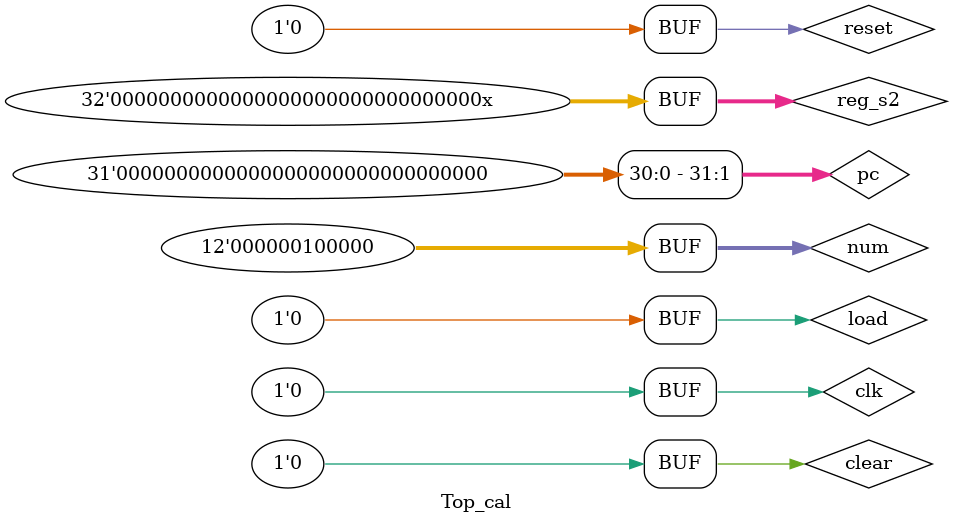
<source format=v>
`timescale 1ns / 1ps

`timescale 1ns / 1ps
    /////////////////////////////////////////////////////////////////
module Top_cal();
        reg clk;
        reg clear;
        reg reset;
        reg load;
        reg [11:0] num;
        // reg [11:0] num_in;
        TOP TOP_1(clk,reset,load,clear,num);
        // reg [31:0] reg0,reg_s0,reg_s1,
        reg [31:0] reg_s2;
        // reg [31:0] reg_s3,reg_s4,reg_s5;
        reg [31:0] pc;
        // reg [31:0] instr,branch_pc;
        // reg pc_src,t_nbranch,t_branch,t_zero;
        always@(*)
            begin
                // reg0=TOP_1.MIPS_1.DATAPATH_3.REGISTER_FILE_10.register_file[0];
                // reg_s0=TOP_1.MIPS_1.DATAPATH_3.REGISTER_FILE_10.register_file[16];
                // reg_s1=TOP_1.MIPS_1.DATAPATH_3.REGISTER_FILE_10.register_file[17];
                reg_s2=TOP_1.MIPS_1.DATAPATH_3.REGISTER_FILE_10.register_file[18];
                // reg_s3=TOP_1.MIPS_1.DATAPATH_3.REGISTER_FILE_10.register_file[19];
                // reg_s4=TOP_1.MIPS_1.DATAPATH_3.REGISTER_FILE_10.register_file[20];
                // reg_s5=TOP_1.MIPS_1.DATAPATH_3.REGISTER_FILE_10.register_file[21];
                // RAM_1=TOP_1.INSTR_MEMORY_2.RAM[72];
                // RAM_2=TOP_1.INSTR_MEMORY_2.RAM[76];
                // RAM_3=TOP_1.INSTR_MEMORY_2.RAM[80];
                // RAM_4=TOP_1.INSTR_MEMORY_2.RAM[84];
                // RAM_5=TOP_1.INSTR_MEMORY_2.RAM[88];
                // RAM_6=TOP_1.INSTR_MEMORY_2.RAM[92];
                // RAM_7=TOP_1.INSTR_MEMORY_2.RAM[96];
                // RAM_8=TOP_1.INSTR_MEMORY_2.RAM[100];
                // RAM_9=TOP_1.INSTR_MEMORY_2.RAM[104];
                // num_in=TOP_1.INSTR_MEMORY_2.num;
                pc=TOP_1.INSTR_MEMORY_2.a;
                // instr=TOP_1.INSTR_MEMORY_2.rd;
            end
        initial
        begin
        //    reset=1; clear=1; num=11; clk=1; load=0;
        //    #2 clear=~clear; load=~load; num=12; clk=~clk;
        //    #2 num=13; clk=~clk;
        //    #2 num=14; clk=~clk;
        //    #2 reset=0;
           reset=1;clk=0;load=0;clear=1;
           #2 clk=~clk; //1
           #2 clk=~clk; //0
           #2 clear=~clear;clk=~clk;//clear=0, 1
           #2 load=~load;clk=~clk;num=1; //0
           #2 clk=~clk; //1
           #2 clk=~clk;num=2; //0
           #2 clk=~clk;
           #2 clk=~clk;num=4;
           #2 clk=~clk;
           #2 clk=~clk;num=8;
           #2 clk=~clk;
           #2 clk=~clk;num=16;
           #2 clk=~clk;
           #2 clk=~clk;num=32;
           #2 clk=~clk;
           #2 load=~load;clk=~clk;
           #2 reset=~reset;
           repeat (200) #2 clk=~clk;
        end

endmodule



</source>
